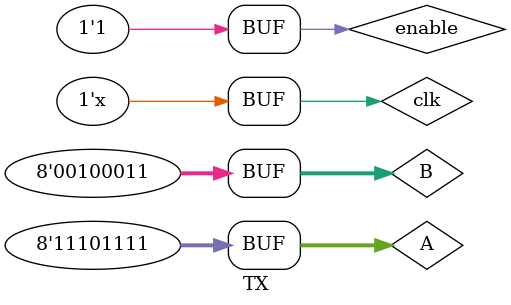
<source format=v>
`timescale 1ns / 1ps


module TX;

	// Outputs
	wire [15:0] C;
	reg [7:0] A;
	reg [7:0] B;
	reg enable;
	reg clk;

	// Instantiate the Unit Under Test (UUT)
	SeqMultiplier uut (
		.C(C),
		.B(B),
		.A(A),
		.clk(clk),
		.enable(enable)
		
	);

	initial begin
	A=0;
	B=0;
	enable=0;
		// Initialize Inputs
		// Wait 100 ns for global reset to finish
		#100;
		  enable=1;
        A=239;
		  B=35;
		#100;
			enable=0;
		#100;
			enable=1;
			A=239;
			B=35;
		// Add stimulus here

	end
	initial begin
		clk = 0;
	end

	always #10 begin 
		clk = ~clk ;
	end
	

      
endmodule


</source>
